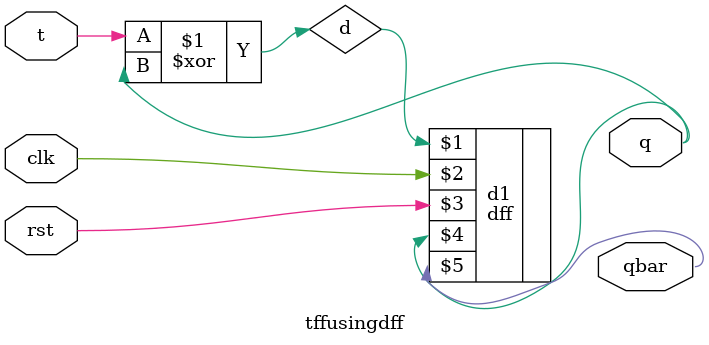
<source format=v>
module tffusingdff(t,clk,rst,q,qbar);  
 input t,clk,rst;    
output q,qbar;   
 wire d;    
assign d=(t^q);  
   dff d1(d,clk,rst,q,qbar);  
    
endmodule 
</source>
